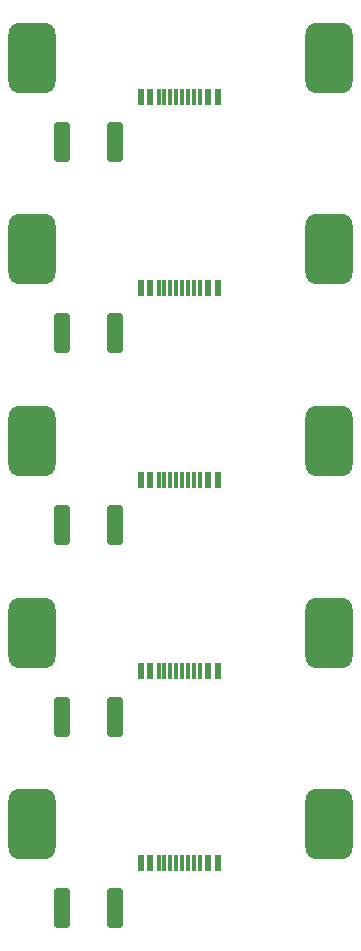
<source format=gbr>
%TF.GenerationSoftware,KiCad,Pcbnew,6.0.5-a6ca702e91~116~ubuntu22.04.1*%
%TF.CreationDate,2022-06-10T16:35:41-05:00*%
%TF.ProjectId,panel,70616e65-6c2e-46b6-9963-61645f706362,rev?*%
%TF.SameCoordinates,Original*%
%TF.FileFunction,Paste,Top*%
%TF.FilePolarity,Positive*%
%FSLAX46Y46*%
G04 Gerber Fmt 4.6, Leading zero omitted, Abs format (unit mm)*
G04 Created by KiCad (PCBNEW 6.0.5-a6ca702e91~116~ubuntu22.04.1) date 2022-06-10 16:35:41*
%MOMM*%
%LPD*%
G01*
G04 APERTURE LIST*
G04 Aperture macros list*
%AMRoundRect*
0 Rectangle with rounded corners*
0 $1 Rounding radius*
0 $2 $3 $4 $5 $6 $7 $8 $9 X,Y pos of 4 corners*
0 Add a 4 corners polygon primitive as box body*
4,1,4,$2,$3,$4,$5,$6,$7,$8,$9,$2,$3,0*
0 Add four circle primitives for the rounded corners*
1,1,$1+$1,$2,$3*
1,1,$1+$1,$4,$5*
1,1,$1+$1,$6,$7*
1,1,$1+$1,$8,$9*
0 Add four rect primitives between the rounded corners*
20,1,$1+$1,$2,$3,$4,$5,0*
20,1,$1+$1,$4,$5,$6,$7,0*
20,1,$1+$1,$6,$7,$8,$9,0*
20,1,$1+$1,$8,$9,$2,$3,0*%
G04 Aperture macros list end*
%ADD10RoundRect,1.000000X-1.000000X-2.000000X1.000000X-2.000000X1.000000X2.000000X-1.000000X2.000000X0*%
%ADD11R,0.600000X1.450000*%
%ADD12R,0.300000X1.450000*%
%ADD13RoundRect,0.250000X0.400000X1.450000X-0.400000X1.450000X-0.400000X-1.450000X0.400000X-1.450000X0*%
G04 APERTURE END LIST*
D10*
%TO.C,J7*%
X57022328Y-22572000D03*
%TD*%
%TO.C,J7*%
X57022328Y-71244000D03*
%TD*%
%TO.C,J6*%
X31876328Y-71244000D03*
%TD*%
%TO.C,J6*%
X31876328Y-55020000D03*
%TD*%
D11*
%TO.C,J1*%
X47572328Y-42079000D03*
X46772328Y-42079000D03*
D12*
X45572328Y-42079000D03*
X44572328Y-42079000D03*
X44072328Y-42079000D03*
X43072328Y-42079000D03*
D11*
X41872328Y-42079000D03*
X41072328Y-42079000D03*
X41072328Y-42079000D03*
X41872328Y-42079000D03*
D12*
X42572328Y-42079000D03*
X43572328Y-42079000D03*
X45072328Y-42079000D03*
X46072328Y-42079000D03*
D11*
X46772328Y-42079000D03*
X47572328Y-42079000D03*
%TD*%
D10*
%TO.C,J6*%
X31876328Y-38796000D03*
%TD*%
%TO.C,J7*%
X57022328Y-55020000D03*
%TD*%
D13*
%TO.C,F1*%
X38866328Y-78356000D03*
X34416328Y-78356000D03*
%TD*%
%TO.C,F1*%
X38866328Y-62132000D03*
X34416328Y-62132000D03*
%TD*%
D10*
%TO.C,J7*%
X57022328Y-38796000D03*
%TD*%
D13*
%TO.C,F1*%
X38866328Y-45908000D03*
X34416328Y-45908000D03*
%TD*%
D11*
%TO.C,J1*%
X47572328Y-58303000D03*
X46772328Y-58303000D03*
D12*
X45572328Y-58303000D03*
X44572328Y-58303000D03*
X44072328Y-58303000D03*
X43072328Y-58303000D03*
D11*
X41872328Y-58303000D03*
X41072328Y-58303000D03*
X41072328Y-58303000D03*
X41872328Y-58303000D03*
D12*
X42572328Y-58303000D03*
X43572328Y-58303000D03*
X45072328Y-58303000D03*
X46072328Y-58303000D03*
D11*
X46772328Y-58303000D03*
X47572328Y-58303000D03*
%TD*%
D10*
%TO.C,J6*%
X31876328Y-22572000D03*
%TD*%
D11*
%TO.C,J1*%
X47572328Y-25855000D03*
X46772328Y-25855000D03*
D12*
X45572328Y-25855000D03*
X44572328Y-25855000D03*
X44072328Y-25855000D03*
X43072328Y-25855000D03*
D11*
X41872328Y-25855000D03*
X41072328Y-25855000D03*
X41072328Y-25855000D03*
X41872328Y-25855000D03*
D12*
X42572328Y-25855000D03*
X43572328Y-25855000D03*
X45072328Y-25855000D03*
X46072328Y-25855000D03*
D11*
X46772328Y-25855000D03*
X47572328Y-25855000D03*
%TD*%
D10*
%TO.C,J7*%
X57022328Y-87468000D03*
%TD*%
D11*
%TO.C,J1*%
X47572328Y-74527000D03*
X46772328Y-74527000D03*
D12*
X45572328Y-74527000D03*
X44572328Y-74527000D03*
X44072328Y-74527000D03*
X43072328Y-74527000D03*
D11*
X41872328Y-74527000D03*
X41072328Y-74527000D03*
X41072328Y-74527000D03*
X41872328Y-74527000D03*
D12*
X42572328Y-74527000D03*
X43572328Y-74527000D03*
X45072328Y-74527000D03*
X46072328Y-74527000D03*
D11*
X46772328Y-74527000D03*
X47572328Y-74527000D03*
%TD*%
%TO.C,J1*%
X47572328Y-90751000D03*
X46772328Y-90751000D03*
D12*
X45572328Y-90751000D03*
X44572328Y-90751000D03*
X44072328Y-90751000D03*
X43072328Y-90751000D03*
D11*
X41872328Y-90751000D03*
X41072328Y-90751000D03*
X41072328Y-90751000D03*
X41872328Y-90751000D03*
D12*
X42572328Y-90751000D03*
X43572328Y-90751000D03*
X45072328Y-90751000D03*
X46072328Y-90751000D03*
D11*
X46772328Y-90751000D03*
X47572328Y-90751000D03*
%TD*%
D13*
%TO.C,F1*%
X38866328Y-94580000D03*
X34416328Y-94580000D03*
%TD*%
D10*
%TO.C,J6*%
X31876328Y-87468000D03*
%TD*%
D13*
%TO.C,F1*%
X38866328Y-29684000D03*
X34416328Y-29684000D03*
%TD*%
M02*

</source>
